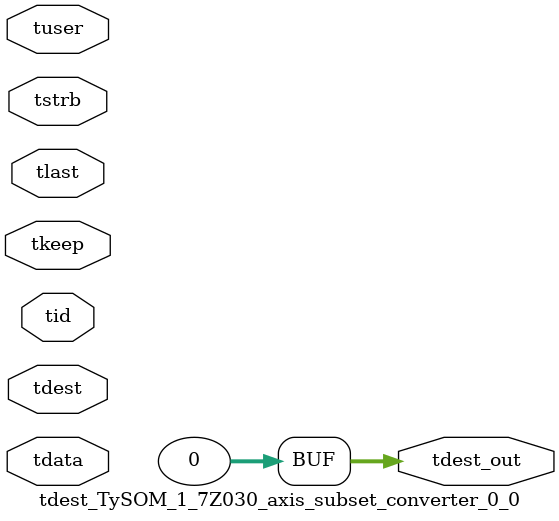
<source format=v>


`timescale 1ps/1ps

module tdest_TySOM_1_7Z030_axis_subset_converter_0_0 #
(
parameter C_S_AXIS_TDATA_WIDTH = 32,
parameter C_S_AXIS_TUSER_WIDTH = 0,
parameter C_S_AXIS_TID_WIDTH   = 0,
parameter C_S_AXIS_TDEST_WIDTH = 0,
parameter C_M_AXIS_TDEST_WIDTH = 32
)
(
input  [(C_S_AXIS_TDATA_WIDTH == 0 ? 1 : C_S_AXIS_TDATA_WIDTH)-1:0     ] tdata,
input  [(C_S_AXIS_TUSER_WIDTH == 0 ? 1 : C_S_AXIS_TUSER_WIDTH)-1:0     ] tuser,
input  [(C_S_AXIS_TID_WIDTH   == 0 ? 1 : C_S_AXIS_TID_WIDTH)-1:0       ] tid,
input  [(C_S_AXIS_TDEST_WIDTH == 0 ? 1 : C_S_AXIS_TDEST_WIDTH)-1:0     ] tdest,
input  [(C_S_AXIS_TDATA_WIDTH/8)-1:0 ] tkeep,
input  [(C_S_AXIS_TDATA_WIDTH/8)-1:0 ] tstrb,
input                                                                    tlast,
output [C_M_AXIS_TDEST_WIDTH-1:0] tdest_out
);

assign tdest_out = {1'b0};

endmodule


</source>
